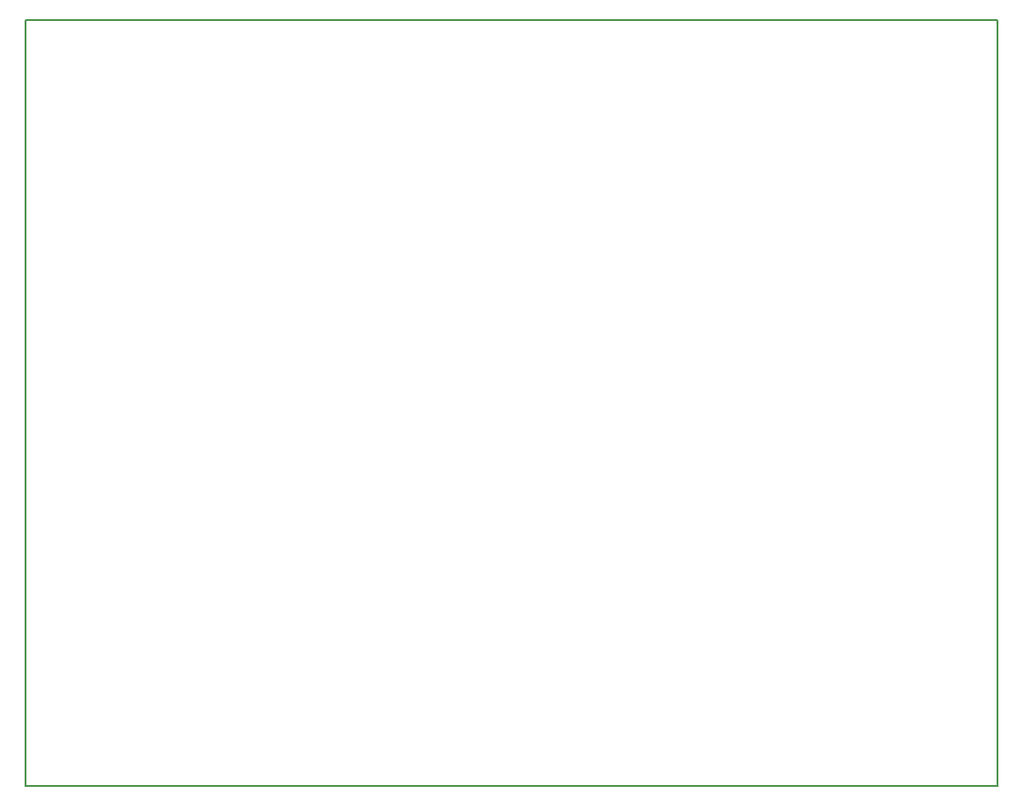
<source format=gbo>
G04 MADE WITH FRITZING*
G04 WWW.FRITZING.ORG*
G04 DOUBLE SIDED*
G04 HOLES PLATED*
G04 CONTOUR ON CENTER OF CONTOUR VECTOR*
%ASAXBY*%
%FSLAX23Y23*%
%MOIN*%
%OFA0B0*%
%SFA1.0B1.0*%
%ADD10R,3.561390X2.807360X3.545390X2.791360*%
%ADD11C,0.008000*%
%LNSILK0*%
G90*
G70*
G54D11*
X4Y2803D02*
X3557Y2803D01*
X3557Y4D01*
X4Y4D01*
X4Y2803D01*
D02*
G04 End of Silk0*
M02*
</source>
